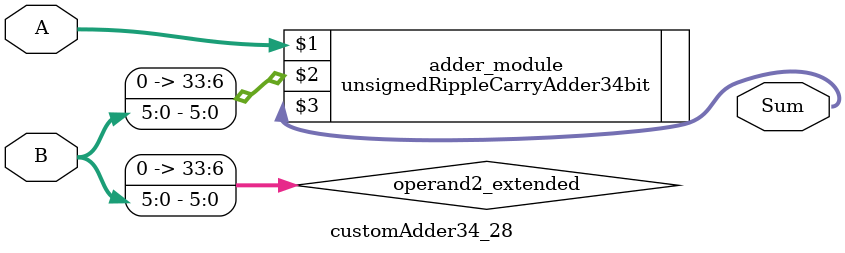
<source format=v>
module customAdder34_28(
                        input [33 : 0] A,
                        input [5 : 0] B,
                        
                        output [34 : 0] Sum
                );

        wire [33 : 0] operand2_extended;
        
        assign operand2_extended =  {28'b0, B};
        
        unsignedRippleCarryAdder34bit adder_module(
            A,
            operand2_extended,
            Sum
        );
        
        endmodule
        
</source>
